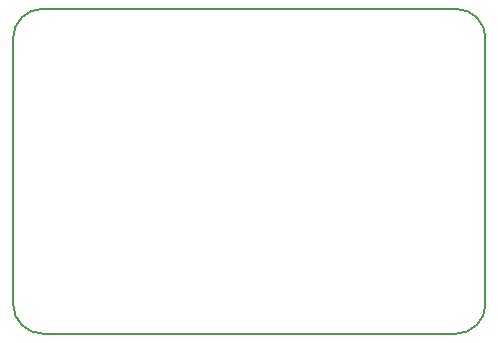
<source format=gm1>
G04 #@! TF.GenerationSoftware,KiCad,Pcbnew,(6.0.2)*
G04 #@! TF.CreationDate,2022-07-31T16:50:56-06:00*
G04 #@! TF.ProjectId,ypbprSync_MiSTer,79706270-7253-4796-9e63-5f4d69535465,rev?*
G04 #@! TF.SameCoordinates,Original*
G04 #@! TF.FileFunction,Profile,NP*
%FSLAX46Y46*%
G04 Gerber Fmt 4.6, Leading zero omitted, Abs format (unit mm)*
G04 Created by KiCad (PCBNEW (6.0.2)) date 2022-07-31 16:50:56*
%MOMM*%
%LPD*%
G01*
G04 APERTURE LIST*
G04 #@! TA.AperFunction,Profile*
%ADD10C,0.200000*%
G04 #@! TD*
G04 APERTURE END LIST*
D10*
X125000000Y-100000000D02*
G75*
G03*
X127500000Y-102500000I2500000J0D01*
G01*
X162500000Y-102500000D02*
G75*
G03*
X165000000Y-100000000I0J2500000D01*
G01*
X165000000Y-77500000D02*
G75*
G03*
X162500000Y-75000000I-2500000J0D01*
G01*
X127500000Y-75000000D02*
G75*
G03*
X125000000Y-77500000I0J-2500000D01*
G01*
X125000000Y-100000000D02*
X125000000Y-77500000D01*
X162500000Y-102500000D02*
X127500000Y-102500000D01*
X165000000Y-77500000D02*
X165000000Y-100000000D01*
X127500000Y-75000000D02*
X162500000Y-75000000D01*
M02*

</source>
